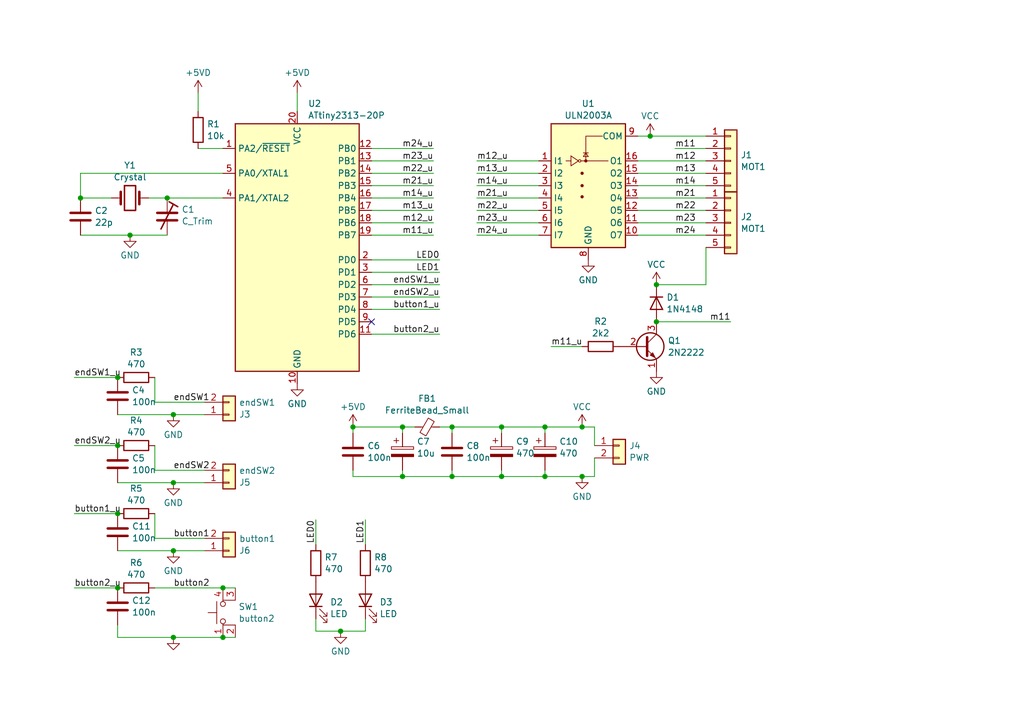
<source format=kicad_sch>
(kicad_sch (version 20231120) (generator "eeschema") (generator_version "8.0")
  (paper "A5")
  (title_block (title "Split flap driver") (date "2025-08-31") (rev "A") (company "Xavier Bourlot"))
  (lib_symbols
    (symbol "Connector_Generic:Conn_01x02" (pin_names (offset 1.016) hide)
      (property "Reference" "J" (at 0 2.54 0))
      (property "Value" "Conn_01x02" (at 0 -5.08 0))
      (symbol "Conn_01x02_1_1"
        (rectangle (start -1.27 -2.413) (end 0 -2.667) (stroke (width 0.1524)))
        (rectangle (start -1.27 0.127) (end 0 -0.127) (stroke (width 0.1524)))
        (rectangle (start -1.27 1.27) (end 1.27 -3.81) (stroke (width 0.254)) (fill (type background)))
        (pin passive line (at -5.08 0 0) (length 3.81) (name "Pin_1") (number "1"))
        (pin passive line (at -5.08 -2.54 0) (length 3.81) (name "Pin_2") (number "2"))
      )
    )
    (symbol "Connector_Generic:Conn_01x05" (pin_names (offset 1.016) hide)
      (property "Reference" "J" (at 0 7.62 0))
      (property "Value" "Conn_01x05" (at 0 -7.62 0))
      (symbol "Conn_01x05_1_1"
        (rectangle (start -1.27 -4.953) (end 0 -5.207) (stroke (width 0.1524)))
        (rectangle (start -1.27 -2.413) (end 0 -2.667) (stroke (width 0.1524)))
        (rectangle (start -1.27 0.127) (end 0 -0.127) (stroke (width 0.1524)))
        (rectangle (start -1.27 2.667) (end 0 2.413) (stroke (width 0.1524)))
        (rectangle (start -1.27 5.207) (end 0 4.953) (stroke (width 0.1524)))
        (rectangle (start -1.27 6.35) (end 1.27 -6.35) (stroke (width 0.254)) (fill (type background)))
        (pin passive line (at -5.08 5.08 0) (length 3.81) (name "Pin_1") (number "1"))
        (pin passive line (at -5.08 2.54 0) (length 3.81) (name "Pin_2") (number "2"))
        (pin passive line (at -5.08 0 0) (length 3.81) (name "Pin_3") (number "3"))
        (pin passive line (at -5.08 -2.54 0) (length 3.81) (name "Pin_4") (number "4"))
        (pin passive line (at -5.08 -5.08 0) (length 3.81) (name "Pin_5") (number "5"))
      )
    )
    (symbol "Device:C" (pin_numbers hide) (pin_names (offset 0.254))
      (property "Reference" "C" (at 0.635 2.54 0))
      (property "Value" "C" (at 0.635 -2.54 0))
      (symbol "C_0_1"
        (polyline (pts (xy -2.032 -0.762) (xy 2.032 -0.762)) (stroke (width 0.508)))
        (polyline (pts (xy -2.032 0.762) (xy 2.032 0.762)) (stroke (width 0.508)))
      )
      (symbol "C_1_1"
        (pin passive line (at 0 3.81 270) (length 2.794) (name "~") (number "1"))
        (pin passive line (at 0 -3.81 90) (length 2.794) (name "~") (number "2"))
      )
    )
    (symbol "Device:C_Polarized" (pin_numbers hide) (pin_names (offset 0.254))
      (property "Reference" "C" (at 0.635 2.54 0))
      (property "Value" "C_Polarized" (at 0.635 -2.54 0))
      (symbol "C_Polarized_0_1"
        (rectangle (start -2.286 0.508) (end 2.286 1.016))
        (polyline (pts (xy -1.778 2.286) (xy -0.762 2.286)))
        (polyline (pts (xy -1.27 2.794) (xy -1.27 1.778)))
        (rectangle (start 2.286 -0.508) (end -2.286 -1.016) (fill (type outline)))
      )
      (symbol "C_Polarized_1_1"
        (pin passive line (at 0 3.81 270) (length 2.794) (name "~") (number "1"))
        (pin passive line (at 0 -3.81 90) (length 2.794) (name "~") (number "2"))
      )
    )
    (symbol "Device:C_Trim" (pin_numbers hide) (pin_names (offset 0.254) hide)
      (property "Reference" "C" (at 1.524 -2.032 0))
      (property "Value" "C_Trim" (at 3.048 -3.556 0))
      (symbol "C_Trim_0_1"
        (polyline (pts (xy -2.032 -0.762) (xy 2.032 -0.762)) (stroke (width 0.508)))
        (polyline (pts (xy -2.032 0.762) (xy 2.032 0.762)) (stroke (width 0.508)))
        (polyline (pts (xy 1.27 2.54) (xy -1.27 -2.54)) (stroke (width 0.3048)))
        (polyline (pts (xy 1.27 2.54) (xy 0.381 3.048)) (stroke (width 0.3048)))
        (polyline (pts (xy 1.27 2.54) (xy 2.159 2.032)) (stroke (width 0.3048)))
      )
      (symbol "C_Trim_1_1"
        (pin passive line (at 0 3.81 270) (length 3.048) (name "~") (number "1"))
        (pin passive line (at 0 -3.81 90) (length 3.048) (name "~") (number "2"))
      )
    )
    (symbol "Device:Crystal" (pin_numbers hide) (pin_names (offset 1.016) hide)
      (property "Reference" "Y" (at 0 3.81 0))
      (property "Value" "Crystal" (at 0 -3.81 0))
      (symbol "Crystal_0_1"
        (rectangle (start -1.143 2.54) (end 1.143 -2.54) (stroke (width 0.3048)))
        (polyline (pts (xy -2.54 0) (xy -1.905 0)))
        (polyline (pts (xy -1.905 -1.27) (xy -1.905 1.27)) (stroke (width 0.508)))
        (polyline (pts (xy 1.905 -1.27) (xy 1.905 1.27)) (stroke (width 0.508)))
        (polyline (pts (xy 2.54 0) (xy 1.905 0)))
      )
      (symbol "Crystal_1_1"
        (pin passive line (at -3.81 0 0) (length 1.27) (name "1") (number "1"))
        (pin passive line (at 3.81 0 180) (length 1.27) (name "2") (number "2"))
      )
    )
    (symbol "Device:FerriteBead_Small" (pin_numbers hide) (pin_names (offset 0))
      (property "Reference" "FB" (at 1.905 1.27 0))
      (property "Value" "FerriteBead_Small" (at 1.905 -1.27 0))
      (symbol "FerriteBead_Small_0_1"
        (polyline (pts (xy 0 -1.27) (xy 0 -0.7874)))
        (polyline (pts (xy 0 0.889) (xy 0 1.2954)))
        (polyline (pts (xy -1.8288 0.2794) (xy -1.1176 1.4986) (xy 1.8288 -0.2032) (xy 1.1176 -1.4224) (xy -1.8288 0.2794)))
      )
      (symbol "FerriteBead_Small_1_1"
        (pin passive line (at 0 2.54 270) (length 1.27) (name "~") (number "1"))
        (pin passive line (at 0 -2.54 90) (length 1.27) (name "~") (number "2"))
      )
    )
    (symbol "Device:LED" (pin_numbers hide) (pin_names (offset 1.016) hide)
      (property "Reference" "D" (at 0 2.54 0))
      (property "Value" "LED" (at 0 -2.54 0))
      (symbol "LED_0_1"
        (polyline (pts (xy -1.27 -1.27) (xy -1.27 1.27)) (stroke (width 0.254)))
        (polyline (pts (xy -1.27 0) (xy 1.27 0)))
        (polyline (pts (xy 1.27 -1.27) (xy 1.27 1.27) (xy -1.27 0) (xy 1.27 -1.27)) (stroke (width 0.254)))
        (polyline (pts (xy -3.048 -0.762) (xy -4.572 -2.286) (xy -3.81 -2.286) (xy -4.572 -2.286) (xy -4.572 -1.524)))
        (polyline (pts (xy -1.778 -0.762) (xy -3.302 -2.286) (xy -2.54 -2.286) (xy -3.302 -2.286) (xy -3.302 -1.524)))
      )
      (symbol "LED_1_1"
        (pin passive line (at -3.81 0 0) (length 2.54) (name "K") (number "1"))
        (pin passive line (at 3.81 0 180) (length 2.54) (name "A") (number "2"))
      )
    )
    (symbol "Device:Q_NPN_EBC" (pin_names (offset 0) hide)
      (property "Reference" "Q" (at 5.08 1.27 0))
      (property "Value" "Q_NPN_EBC" (at 5.08 -1.27 0))
      (symbol "Q_NPN_EBC_0_1"
        (polyline (pts (xy 0.635 0.635) (xy 2.54 2.54)))
        (polyline (pts (xy 0.635 -0.635) (xy 2.54 -2.54) (xy 2.54 -2.54)))
        (polyline (pts (xy 0.635 1.905) (xy 0.635 -1.905) (xy 0.635 -1.905)) (stroke (width 0.508)))
        (polyline (pts (xy 1.27 -1.778) (xy 1.778 -1.27) (xy 2.286 -2.286) (xy 1.27 -1.778) (xy 1.27 -1.778)) (fill (type outline)))
        (circle (center 1.27 0) (radius 2.8194) (stroke (width 0.254)))
      )
      (symbol "Q_NPN_EBC_1_1"
        (pin passive line (at 2.54 -5.08 90) (length 2.54) (name "E") (number "1"))
        (pin passive line (at -5.08 0 0) (length 5.715) (name "B") (number "2"))
        (pin passive line (at 2.54 5.08 270) (length 2.54) (name "C") (number "3"))
      )
    )
    (symbol "Device:R" (pin_numbers hide) (pin_names (offset 0))
      (property "Reference" "R" (at 2.032 0 90))
      (property "Value" "R" (at 0 0 90))
      (symbol "R_0_1"
        (rectangle (start -1.016 -2.54) (end 1.016 2.54) (stroke (width 0.254)))
      )
      (symbol "R_1_1"
        (pin passive line (at 0 3.81 270) (length 1.27) (name "~") (number "1"))
        (pin passive line (at 0 -3.81 90) (length 1.27) (name "~") (number "2"))
      )
    )
    (symbol "Diode:1N4148" (pin_numbers hide) (pin_names hide)
      (property "Reference" "D" (at 0 2.54 0))
      (property "Value" "1N4148" (at 0 -2.54 0))
      (symbol "1N4148_0_1"
        (polyline (pts (xy -1.27 1.27) (xy -1.27 -1.27)) (stroke (width 0.254)))
        (polyline (pts (xy 1.27 0) (xy -1.27 0)))
        (polyline (pts (xy 1.27 1.27) (xy 1.27 -1.27) (xy -1.27 0) (xy 1.27 1.27)) (stroke (width 0.254)))
      )
      (symbol "1N4148_1_1"
        (pin passive line (at -3.81 0 0) (length 2.54) (name "K") (number "1"))
        (pin passive line (at 3.81 0 180) (length 2.54) (name "A") (number "2"))
      )
    )
    (symbol "MCU_Microchip_ATtiny:ATtiny2313-20P"
      (property "Reference" "U" (at -12.7 26.67 0))
      (property "Value" "ATtiny2313-20P" (at 2.54 -26.67 0))
      (symbol "ATtiny2313-20P_0_1"
        (rectangle (start -12.7 -25.4) (end 12.7 25.4) (stroke (width 0.254)) (fill (type background)))
      )
      (symbol "ATtiny2313-20P_1_1"
        (pin bidirectional line (at -15.24 20.32 0) (length 2.54) (name "PA2/~{RESET}") (number "1"))
        (pin power_in line (at 0 -27.94 90) (length 2.54) (name "GND") (number "10"))
        (pin bidirectional line (at 15.24 -17.78 180) (length 2.54) (name "PD6") (number "11"))
        (pin bidirectional line (at 15.24 20.32 180) (length 2.54) (name "PB0") (number "12"))
        (pin bidirectional line (at 15.24 17.78 180) (length 2.54) (name "PB1") (number "13"))
        (pin bidirectional line (at 15.24 15.24 180) (length 2.54) (name "PB2") (number "14"))
        (pin bidirectional line (at 15.24 12.7 180) (length 2.54) (name "PB3") (number "15"))
        (pin bidirectional line (at 15.24 10.16 180) (length 2.54) (name "PB4") (number "16"))
        (pin bidirectional line (at 15.24 7.62 180) (length 2.54) (name "PB5") (number "17"))
        (pin bidirectional line (at 15.24 5.08 180) (length 2.54) (name "PB6") (number "18"))
        (pin bidirectional line (at 15.24 2.54 180) (length 2.54) (name "PB7") (number "19"))
        (pin bidirectional line (at 15.24 -2.54 180) (length 2.54) (name "PD0") (number "2"))
        (pin power_in line (at 0 27.94 270) (length 2.54) (name "VCC") (number "20"))
        (pin bidirectional line (at 15.24 -5.08 180) (length 2.54) (name "PD1") (number "3"))
        (pin bidirectional line (at -15.24 10.16 0) (length 2.54) (name "PA1/XTAL2") (number "4"))
        (pin bidirectional line (at -15.24 15.24 0) (length 2.54) (name "PA0/XTAL1") (number "5"))
        (pin bidirectional line (at 15.24 -7.62 180) (length 2.54) (name "PD2") (number "6"))
        (pin bidirectional line (at 15.24 -10.16 180) (length 2.54) (name "PD3") (number "7"))
        (pin bidirectional line (at 15.24 -12.7 180) (length 2.54) (name "PD4") (number "8"))
        (pin bidirectional line (at 15.24 -15.24 180) (length 2.54) (name "PD5") (number "9"))
      )
    )
    (symbol "Switch:SW_MEC_5E" (pin_names (offset 1.016) hide)
      (property "Reference" "SW" (at 0.635 5.715 0))
      (property "Value" "SW_MEC_5E" (at 0 -3.175 0))
      (symbol "SW_MEC_5E_0_1"
        (circle (center -1.778 2.54) (radius 0.508))
        (polyline (pts (xy -2.286 3.81) (xy 2.286 3.81)))
        (polyline (pts (xy 0 3.81) (xy 0 5.588)))
        (polyline (pts (xy -2.54 0) (xy -2.54 2.54) (xy -2.286 2.54)))
        (polyline (pts (xy 2.54 0) (xy 2.54 2.54) (xy 2.286 2.54)))
        (circle (center 1.778 2.54) (radius 0.508))
        (pin passive line (at -5.08 2.54 0) (length 2.54) (name "1") (number "1"))
        (pin passive line (at -5.08 0 0) (length 2.54) (name "2") (number "2"))
        (pin passive line (at 5.08 0 180) (length 2.54) (name "K") (number "3"))
        (pin passive line (at 5.08 2.54 180) (length 2.54) (name "A") (number "4"))
      )
    )
    (symbol "Transistor_Array:ULN2003A"
      (property "Reference" "U" (at 0 15.875 0))
      (property "Value" "ULN2003A" (at 0 13.97 0))
      (symbol "ULN2003A_0_1"
        (rectangle (start -7.62 -12.7) (end 7.62 12.7) (stroke (width 0.254)) (fill (type background)))
        (circle (center -1.778 5.08) (radius 0.254))
        (circle (center -1.27 -2.286) (radius 0.254) (fill (type outline)))
        (circle (center -1.27 0) (radius 0.254) (fill (type outline)))
        (circle (center -1.27 2.54) (radius 0.254) (fill (type outline)))
        (circle (center -0.508 5.08) (radius 0.254) (fill (type outline)))
        (polyline (pts (xy -4.572 5.08) (xy -3.556 5.08)))
        (polyline (pts (xy -1.524 5.08) (xy 4.064 5.08)))
        (polyline (pts (xy 0 6.731) (xy -1.016 6.731)))
        (polyline (pts (xy -0.508 5.08) (xy -0.508 10.16) (xy 2.921 10.16)))
        (polyline (pts (xy -3.556 6.096) (xy -3.556 4.064) (xy -2.032 5.08) (xy -3.556 6.096)))
        (polyline (pts (xy 0 5.969) (xy -1.016 5.969) (xy -0.508 6.731) (xy 0 5.969)))
      )
      (symbol "ULN2003A_1_1"
        (pin input line (at -10.16 5.08 0) (length 2.54) (name "I1") (number "1"))
        (pin open_collector line (at 10.16 -10.16 180) (length 2.54) (name "O7") (number "10"))
        (pin open_collector line (at 10.16 -7.62 180) (length 2.54) (name "O6") (number "11"))
        (pin open_collector line (at 10.16 -5.08 180) (length 2.54) (name "O5") (number "12"))
        (pin open_collector line (at 10.16 -2.54 180) (length 2.54) (name "O4") (number "13"))
        (pin open_collector line (at 10.16 0 180) (length 2.54) (name "O3") (number "14"))
        (pin open_collector line (at 10.16 2.54 180) (length 2.54) (name "O2") (number "15"))
        (pin open_collector line (at 10.16 5.08 180) (length 2.54) (name "O1") (number "16"))
        (pin input line (at -10.16 2.54 0) (length 2.54) (name "I2") (number "2"))
        (pin input line (at -10.16 0 0) (length 2.54) (name "I3") (number "3"))
        (pin input line (at -10.16 -2.54 0) (length 2.54) (name "I4") (number "4"))
        (pin input line (at -10.16 -5.08 0) (length 2.54) (name "I5") (number "5"))
        (pin input line (at -10.16 -7.62 0) (length 2.54) (name "I6") (number "6"))
        (pin input line (at -10.16 -10.16 0) (length 2.54) (name "I7") (number "7"))
        (pin power_in line (at 0 -15.24 90) (length 2.54) (name "GND") (number "8"))
        (pin passive line (at 10.16 10.16 180) (length 2.54) (name "COM") (number "9"))
      )
    )
    (symbol "power:+5VD" (power) (pin_names (offset 0))
      (property "Value" "+5VD" (at 0 3.556 0))
      (symbol "+5VD_0_1"
        (polyline (pts (xy -0.762 1.27) (xy 0 2.54)))
        (polyline (pts (xy 0 0) (xy 0 2.54)))
        (polyline (pts (xy 0 2.54) (xy 0.762 1.27)))
      )
      (symbol "+5VD_1_1"
        (pin power_in line (at 0 0 90) (length 0) hide (name "+5VD") (number "1"))
      )
    )
    (symbol "power:GND" (power) (pin_names (offset 0))
      (property "Value" "GND" (at 0 -3.81 0))
      (symbol "GND_0_1"
        (polyline (pts (xy 0 0) (xy 0 -1.27) (xy 1.27 -1.27) (xy 0 -2.54) (xy -1.27 -1.27) (xy 0 -1.27)))
      )
      (symbol "GND_1_1"
        (pin power_in line (at 0 0 270) (length 0) hide (name "GND") (number "1"))
      )
    )
    (symbol "power:VCC" (power) (pin_names (offset 0))
      (property "Value" "VCC" (at 0 3.81 0))
      (symbol "VCC_0_1"
        (polyline (pts (xy -0.762 1.27) (xy 0 2.54)))
        (polyline (pts (xy 0 0) (xy 0 2.54)))
        (polyline (pts (xy 0 2.54) (xy 0.762 1.27)))
      )
      (symbol "VCC_1_1"
        (pin power_in line (at 0 0 90) (length 0) hide (name "VCC") (number "1"))
      )
    )
  )
  (junction (at 72.39 87.63))
  (junction (at 92.71 87.63))
  (junction (at 35.56 99.06))
  (junction (at 119.38 87.63))
  (junction (at 24.13 91.44))
  (junction (at 102.87 97.79))
  (junction (at 35.56 130.81))
  (junction (at 34.29 40.64))
  (junction (at 35.56 113.03))
  (junction (at 134.62 66.04))
  (junction (at 133.35 27.94))
  (junction (at 111.76 97.79))
  (junction (at 69.85 129.54))
  (junction (at 92.71 97.79))
  (junction (at 16.51 40.64))
  (junction (at 24.13 120.65))
  (junction (at 102.87 87.63))
  (junction (at 119.38 97.79))
  (junction (at 82.55 87.63))
  (junction (at 24.13 77.47))
  (junction (at 45.72 130.81))
  (junction (at 82.55 97.79))
  (junction (at 45.72 120.65))
  (junction (at 35.56 85.09))
  (junction (at 134.62 58.42))
  (junction (at 26.67 48.26))
  (junction (at 111.76 87.63))
  (junction (at 24.13 105.41))
  (no_connect (at 76.2 66.04))
  (wire (pts (xy 88.9 33.02) (xy 76.2 33.02)))
  (wire (pts (xy 92.71 97.79) (xy 82.55 97.79)))
  (wire (pts (xy 97.79 38.1) (xy 110.49 38.1)))
  (wire (pts (xy 24.13 99.06) (xy 35.56 99.06)))
  (wire (pts (xy 40.64 19.05) (xy 40.64 22.86)))
  (wire (pts (xy 76.2 53.34) (xy 90.17 53.34)))
  (wire (pts (xy 64.77 106.68) (xy 64.77 111.76)))
  (wire (pts (xy 82.55 96.52) (xy 82.55 97.79)))
  (wire (pts (xy 35.56 99.06) (xy 41.91 99.06)))
  (wire (pts (xy 74.93 106.68) (xy 74.93 111.76)))
  (wire (pts (xy 92.71 87.63) (xy 102.87 87.63)))
  (wire (pts (xy 82.55 88.9) (xy 82.55 87.63)))
  (wire (pts (xy 88.9 40.64) (xy 76.2 40.64)))
  (wire (pts (xy 35.56 85.09) (xy 41.91 85.09)))
  (wire (pts (xy 111.76 88.9) (xy 111.76 87.63)))
  (wire (pts (xy 31.75 77.47) (xy 31.75 82.55)))
  (wire (pts (xy 92.71 97.79) (xy 102.87 97.79)))
  (wire (pts (xy 15.24 105.41) (xy 24.13 105.41)))
  (wire (pts (xy 74.93 129.54) (xy 74.93 127)))
  (wire (pts (xy 97.79 33.02) (xy 110.49 33.02)))
  (wire (pts (xy 134.62 66.04) (xy 149.86 66.04)))
  (wire (pts (xy 88.9 38.1) (xy 76.2 38.1)))
  (wire (pts (xy 15.24 120.65) (xy 24.13 120.65)))
  (wire (pts (xy 45.72 120.65) (xy 48.26 120.65)))
  (wire (pts (xy 82.55 87.63) (xy 85.09 87.63)))
  (wire (pts (xy 31.75 96.52) (xy 41.91 96.52)))
  (wire (pts (xy 64.77 127) (xy 64.77 129.54)))
  (wire (pts (xy 90.17 87.63) (xy 92.71 87.63)))
  (wire (pts (xy 16.51 48.26) (xy 26.67 48.26)))
  (wire (pts (xy 69.85 129.54) (xy 74.93 129.54)))
  (wire (pts (xy 144.78 33.02) (xy 130.81 33.02)))
  (wire (pts (xy 45.72 130.81) (xy 48.26 130.81)))
  (wire (pts (xy 102.87 97.79) (xy 111.76 97.79)))
  (wire (pts (xy 31.75 120.65) (xy 45.72 120.65)))
  (wire (pts (xy 30.48 40.64) (xy 34.29 40.64)))
  (wire (pts (xy 82.55 97.79) (xy 72.39 97.79)))
  (wire (pts (xy 31.75 91.44) (xy 31.75 96.52)))
  (wire (pts (xy 31.75 105.41) (xy 31.75 110.49)))
  (wire (pts (xy 130.81 48.26) (xy 144.78 48.26)))
  (wire (pts (xy 144.78 58.42) (xy 134.62 58.42)))
  (wire (pts (xy 72.39 88.9) (xy 72.39 87.63)))
  (wire (pts (xy 130.81 40.64) (xy 144.78 40.64)))
  (wire (pts (xy 102.87 96.52) (xy 102.87 97.79)))
  (wire (pts (xy 24.13 130.81) (xy 24.13 128.27)))
  (wire (pts (xy 88.9 30.48) (xy 76.2 30.48)))
  (wire (pts (xy 72.39 87.63) (xy 82.55 87.63)))
  (wire (pts (xy 45.72 35.56) (xy 16.51 35.56)))
  (wire (pts (xy 111.76 87.63) (xy 119.38 87.63)))
  (wire (pts (xy 97.79 43.18) (xy 110.49 43.18)))
  (wire (pts (xy 97.79 35.56) (xy 110.49 35.56)))
  (wire (pts (xy 24.13 113.03) (xy 35.56 113.03)))
  (wire (pts (xy 121.92 87.63) (xy 121.92 91.44)))
  (wire (pts (xy 88.9 45.72) (xy 76.2 45.72)))
  (wire (pts (xy 133.35 27.94) (xy 130.81 27.94)))
  (wire (pts (xy 119.38 87.63) (xy 121.92 87.63)))
  (wire (pts (xy 26.67 48.26) (xy 34.29 48.26)))
  (wire (pts (xy 15.24 77.47) (xy 24.13 77.47)))
  (wire (pts (xy 111.76 96.52) (xy 111.76 97.79)))
  (wire (pts (xy 34.29 40.64) (xy 45.72 40.64)))
  (wire (pts (xy 121.92 97.79) (xy 121.92 93.98)))
  (wire (pts (xy 144.78 35.56) (xy 130.81 35.56)))
  (wire (pts (xy 24.13 85.09) (xy 35.56 85.09)))
  (wire (pts (xy 133.35 27.94) (xy 144.78 27.94)))
  (wire (pts (xy 72.39 97.79) (xy 72.39 96.52)))
  (wire (pts (xy 24.13 130.81) (xy 35.56 130.81)))
  (wire (pts (xy 102.87 87.63) (xy 111.76 87.63)))
  (wire (pts (xy 35.56 113.03) (xy 41.91 113.03)))
  (wire (pts (xy 88.9 35.56) (xy 76.2 35.56)))
  (wire (pts (xy 76.2 55.88) (xy 90.17 55.88)))
  (wire (pts (xy 113.03 71.12) (xy 119.38 71.12)))
  (wire (pts (xy 76.2 60.96) (xy 90.17 60.96)))
  (wire (pts (xy 64.77 129.54) (xy 69.85 129.54)))
  (wire (pts (xy 119.38 97.79) (xy 121.92 97.79)))
  (wire (pts (xy 15.24 91.44) (xy 24.13 91.44)))
  (wire (pts (xy 144.78 50.8) (xy 144.78 58.42)))
  (wire (pts (xy 88.9 43.18) (xy 76.2 43.18)))
  (wire (pts (xy 31.75 110.49) (xy 41.91 110.49)))
  (wire (pts (xy 138.43 30.48) (xy 144.78 30.48)))
  (wire (pts (xy 16.51 35.56) (xy 16.51 40.64)))
  (wire (pts (xy 40.64 30.48) (xy 45.72 30.48)))
  (wire (pts (xy 144.78 38.1) (xy 130.81 38.1)))
  (wire (pts (xy 97.79 45.72) (xy 110.49 45.72)))
  (wire (pts (xy 97.79 48.26) (xy 110.49 48.26)))
  (wire (pts (xy 97.79 40.64) (xy 110.49 40.64)))
  (wire (pts (xy 76.2 63.5) (xy 90.17 63.5)))
  (wire (pts (xy 76.2 68.58) (xy 90.17 68.58)))
  (wire (pts (xy 102.87 88.9) (xy 102.87 87.63)))
  (wire (pts (xy 111.76 97.79) (xy 119.38 97.79)))
  (wire (pts (xy 130.81 43.18) (xy 144.78 43.18)))
  (wire (pts (xy 35.56 130.81) (xy 45.72 130.81)))
  (wire (pts (xy 92.71 87.63) (xy 92.71 88.9)))
  (wire (pts (xy 130.81 45.72) (xy 144.78 45.72)))
  (wire (pts (xy 31.75 82.55) (xy 41.91 82.55)))
  (wire (pts (xy 60.96 19.05) (xy 60.96 22.86)))
  (wire (pts (xy 92.71 96.52) (xy 92.71 97.79)))
  (wire (pts (xy 76.2 48.26) (xy 88.9 48.26)))
  (wire (pts (xy 16.51 40.64) (xy 22.86 40.64)))
  (wire (pts (xy 76.2 58.42) (xy 90.17 58.42)))
  (label "m24_u" (at 97.79 48.26 0))
  (label "endSW1" (at 35.56 82.55 0))
  (label "button1" (at 35.56 110.49 0))
  (label "m24_u" (at 88.9 30.48 180))
  (label "m13_u" (at 97.79 35.56 0))
  (label "m22_u" (at 97.79 43.18 0))
  (label "m14_u" (at 97.79 38.1 0))
  (label "m14_u" (at 88.9 40.64 180))
  (label "m12" (at 138.43 33.02 0))
  (label "m22_u" (at 88.9 35.56 180))
  (label "m11" (at 138.43 30.48 0))
  (label "m21_u" (at 88.9 38.1 180))
  (label "endSW1_u" (at 15.24 77.47 0))
  (label "LED1" (at 74.93 106.68 270))
  (label "endSW2_u" (at 15.24 91.44 0))
  (label "LED0" (at 90.17 53.34 180))
  (label "m13" (at 138.43 35.56 0))
  (label "m24" (at 138.43 48.26 0))
  (label "m11" (at 149.86 66.04 180))
  (label "LED1" (at 90.17 55.88 180))
  (label "button1_u" (at 90.17 63.5 180))
  (label "endSW2" (at 35.56 96.52 0))
  (label "m21_u" (at 97.79 40.64 0))
  (label "button1_u" (at 15.24 105.41 0))
  (label "button2_u" (at 15.24 120.65 0))
  (label "endSW2_u" (at 90.17 60.96 180))
  (label "endSW1_u" (at 90.17 58.42 180))
  (label "LED0" (at 64.77 106.68 270))
  (label "button2" (at 35.56 120.65 0))
  (label "m13_u" (at 88.9 43.18 180))
  (label "m21" (at 138.43 40.64 0))
  (label "button2_u" (at 90.17 68.58 180))
  (label "m22" (at 138.43 43.18 0))
  (label "m23_u" (at 88.9 33.02 180))
  (label "m11_u" (at 113.03 71.12 0))
  (label "m14" (at 138.43 38.1 0))
  (label "m23" (at 138.43 45.72 0))
  (label "m23_u" (at 97.79 45.72 0))
  (label "m12_u" (at 97.79 33.02 0))
  (label "m12_u" (at 88.9 45.72 180))
  (label "m11_u" (at 88.9 48.26 180))
  (symbol (lib_id "power:GND") (at 35.56 130.81 0) (unit 1)
    (property "Reference" "#PWR15" (effects (hide yes)))
    (property "Value" "GND" (effects (hide yes)))
    (property "Description" "Power symbol creates a global label with name \"GND\" , ground" (effects (hide yes)))
  )
  (symbol (lib_id "Device:C") (at 72.39 92.71 0) (unit 1)
    (property "Reference" "C6" (at 75.311 91.4978 0) (effects (justify left)))
    (property "Value" "100n" (at 75.311 93.9221 0) (effects (justify left)))
    (property "Footprint" "Capacitor_THT:C_Disc_D5.0mm_W2.5mm_P5.00mm" (effects (hide yes)))
    (property "Description" "Unpolarized capacitor" (effects (hide yes)))
  )
  (symbol (lib_id "Device:R") (at 27.94 91.44 90) (unit 1)
    (property "Reference" "R4" (at 27.94 86.2795 90))
    (property "Value" "470" (at 27.94 88.7038 90))
    (property "Footprint" "Resistor_THT:R_Axial_DIN0207_L6.3mm_D2.5mm_P7.62mm_Horizontal" (effects (hide yes)))
    (property "Description" "Resistor" (effects (hide yes)))
  )
  (symbol (lib_id "Device:C") (at 16.51 44.45 0) (unit 1)
    (property "Reference" "C2" (at 19.431 43.2378 0) (effects (justify left)))
    (property "Value" "22p" (at 19.431 45.6621 0) (effects (justify left)))
    (property "Footprint" "Capacitor_THT:C_Disc_D5.0mm_W2.5mm_P5.00mm" (effects (hide yes)))
    (property "Description" "Unpolarized capacitor" (effects (hide yes)))
  )
  (symbol (lib_id "Connector_Generic:Conn_01x02") (at 127 91.44 0) (unit 1)
    (property "Reference" "J4" (at 129.032 91.4978 0) (effects (justify left)))
    (property "Value" "PWR" (at 129.032 93.9221 0) (effects (justify left)))
    (property "Footprint" "TerminalBlock:TerminalBlock_bornier-2_P5.08mm" (effects (hide yes)))
    (property "Description" "Generic connector, single row, 01x02, script generated (kicad-library-utils/schlib/autogen/connector/)" (effects (hide yes)))
  )
  (symbol (lib_id "Switch:SW_MEC_5E") (at 48.26 125.73 90) (unit 1)
    (property "Reference" "SW1" (at 48.895 124.5178 90) (effects (justify right)))
    (property "Value" "button2" (at 48.895 126.9421 90) (effects (justify right)))
    (property "Footprint" "Button_Switch_THT:SW_Push_2P1T_Toggle_CK_PVA1xxH4xxxxxxV2" (effects (hide yes)))
    (property "Datasheet" "http://www.apem.com/int/index.php?controller=attachment&id_attachment=1371" (effects (hide yes)))
    (property "Description" "MEC 5E single pole normally-open tactile switch" (effects (hide yes)))
  )
  (symbol (lib_id "Connector_Generic:Conn_01x05") (at 149.86 33.02 0) (unit 1)
    (property "Reference" "J1" (at 151.892 31.8078 0) (effects (justify left)))
    (property "Value" "MOT1" (at 151.892 34.2321 0) (effects (justify left)))
    (property "Footprint" "Connector_PinHeader_2.54mm:PinHeader_1x05_P2.54mm_Horizontal" (effects (hide yes)))
    (property "Description" "Generic connector, single row, 01x05, script generated (kicad-library-utils/schlib/autogen/connector/)" (effects (hide yes)))
  )
  (symbol (lib_id "Device:C_Polarized") (at 102.87 92.71 0) (unit 1)
    (property "Reference" "C9" (at 105.791 90.6088 0) (effects (justify left)))
    (property "Value" "470" (at 105.791 93.0331 0) (effects (justify left)))
    (property "Footprint" "Capacitor_THT:CP_Radial_D10.0mm_P5.00mm" (effects (hide yes)))
    (property "Description" "Polarized capacitor" (effects (hide yes)))
  )
  (symbol (lib_id "power:GND") (at 26.67 48.26 0) (unit 1)
    (property "Reference" "#PWR4" (effects (hide yes)))
    (property "Value" "GND" (at 26.67 52.3931 0))
    (property "Description" "Power symbol creates a global label with name \"GND\" , ground" (effects (hide yes)))
  )
  (symbol (lib_id "power:+5VD") (at 40.64 19.05 0) (unit 1)
    (property "Reference" "#PWR1" (effects (hide yes)))
    (property "Value" "+5VD" (at 40.64 14.9169 0))
    (property "Description" "Power symbol creates a global label with name \"+5VD\"" (effects (hide yes)))
  )
  (symbol (lib_id "power:GND") (at 35.56 85.09 0) (unit 1)
    (property "Reference" "#PWR9" (effects (hide yes)))
    (property "Value" "GND" (at 35.56 89.2231 0))
    (property "Description" "Power symbol creates a global label with name \"GND\" , ground" (effects (hide yes)))
  )
  (symbol (lib_id "Device:FerriteBead_Small") (at 87.63 87.63 90) (unit 1)
    (property "Reference" "FB1" (at 87.5919 81.7837 90))
    (property "Value" "FerriteBead_Small" (at 87.5919 84.208 90))
    (property "Footprint" "Inductor_THT:L_Axial_L5.3mm_D2.2mm_P7.62mm_Horizontal_Vishay_IM-1" (effects (hide yes)))
    (property "Description" "Ferrite bead, small symbol" (effects (hide yes)))
  )
  (symbol (lib_id "MCU_Microchip_ATtiny:ATtiny2313-20P") (at 60.96 50.8 0) (unit 1)
    (property "Reference" "U2" (at 63.1541 21.2555 0) (effects (justify left)))
    (property "Value" "ATtiny2313-20P" (at 63.1541 23.6798 0) (effects (justify left)))
    (property "Footprint" "Package_DIP:DIP-20_W7.62mm" (effects (hide yes)))
    (property "Datasheet" "http://ww1.microchip.com/downloads/en/DeviceDoc/Atmel-2543-AVR-ATtiny2313_Datasheet.pdf" (effects (hide yes)))
    (property "Description" "20MHz, 2kB Flash, 128B SRAM, 128B EEPROM, debugWIRE, DIP-20" (effects (hide yes)))
  )
  (symbol (lib_id "power:VCC") (at 119.38 87.63 0) (unit 1)
    (property "Reference" "#PWR11" (effects (hide yes)))
    (property "Value" "VCC" (at 119.38 83.4969 0))
    (property "Description" "Power symbol creates a global label with name \"VCC\"" (effects (hide yes)))
  )
  (symbol (lib_id "Device:LED") (at 74.93 123.19 90) (unit 1)
    (property "Reference" "D3" (at 77.851 123.5653 90) (effects (justify right)))
    (property "Value" "LED" (at 77.851 125.9896 90) (effects (justify right)))
    (property "Footprint" "LED_THT:LED_D5.0mm_Horizontal_O1.27mm_Z3.0mm" (effects (hide yes)))
    (property "Description" "Light emitting diode" (effects (hide yes)))
  )
  (symbol (lib_id "Device:Q_NPN_EBC") (at 132.08 71.12 0) (unit 1)
    (property "Reference" "Q1" (at 136.9314 69.9078 0) (effects (justify left)))
    (property "Value" "2N2222" (at 136.9314 72.3321 0) (effects (justify left)))
    (property "Footprint" "Package_TO_SOT_THT:TO-92_Inline_Wide" (effects (hide yes)))
    (property "Description" "NPN transistor, emitter/base/collector" (effects (hide yes)))
  )
  (symbol (lib_id "power:GND") (at 134.62 76.2 0) (unit 1)
    (property "Reference" "#PWR7" (effects (hide yes)))
    (property "Value" "GND" (at 134.62 80.3331 0))
    (property "Description" "Power symbol creates a global label with name \"GND\" , ground" (effects (hide yes)))
  )
  (symbol (lib_id "power:GND") (at 120.65 53.34 0) (unit 1)
    (property "Reference" "#PWR5" (effects (hide yes)))
    (property "Value" "GND" (at 120.65 57.4731 0))
    (property "Description" "Power symbol creates a global label with name \"GND\" , ground" (effects (hide yes)))
  )
  (symbol (lib_id "Device:R") (at 123.19 71.12 90) (unit 1)
    (property "Reference" "R2" (at 123.19 65.9595 90))
    (property "Value" "2k2" (at 123.19 68.3838 90))
    (property "Footprint" "Resistor_THT:R_Axial_DIN0207_L6.3mm_D2.5mm_P7.62mm_Horizontal" (effects (hide yes)))
    (property "Description" "Resistor" (effects (hide yes)))
  )
  (symbol (lib_id "Device:R") (at 74.93 115.57 0) (unit 1)
    (property "Reference" "R8" (at 76.708 114.3578 0) (effects (justify left)))
    (property "Value" "470" (at 76.708 116.7821 0) (effects (justify left)))
    (property "Footprint" "Resistor_THT:R_Axial_DIN0207_L6.3mm_D2.5mm_P7.62mm_Horizontal" (effects (hide yes)))
    (property "Description" "Resistor" (effects (hide yes)))
  )
  (symbol (lib_id "Device:R") (at 64.77 115.57 0) (unit 1)
    (property "Reference" "R7" (at 66.548 114.3578 0) (effects (justify left)))
    (property "Value" "470" (at 66.548 116.7821 0) (effects (justify left)))
    (property "Footprint" "Resistor_THT:R_Axial_DIN0207_L6.3mm_D2.5mm_P7.62mm_Horizontal" (effects (hide yes)))
    (property "Description" "Resistor" (effects (hide yes)))
  )
  (symbol (lib_id "Device:R") (at 27.94 105.41 90) (unit 1)
    (property "Reference" "R5" (at 27.94 100.2495 90))
    (property "Value" "470" (at 27.94 102.6738 90))
    (property "Footprint" "Resistor_THT:R_Axial_DIN0207_L6.3mm_D2.5mm_P7.62mm_Horizontal" (effects (hide yes)))
    (property "Description" "Resistor" (effects (hide yes)))
  )
  (symbol (lib_id "Device:C_Trim") (at 34.29 44.45 0) (unit 1)
    (property "Reference" "C1" (at 37.2364 42.9838 0) (effects (justify left)))
    (property "Value" "C_Trim" (at 37.2364 45.4081 0) (effects (justify left)))
    (property "Footprint" "Potentiometer_THT:Potentiometer_Piher_PT-6-V_Vertical_Hole" (effects (hide yes)))
    (property "Description" "Trimmable capacitor" (effects (hide yes)))
  )
  (symbol (lib_id "Transistor_Array:ULN2003A") (at 120.65 38.1 0) (unit 1)
    (property "Reference" "U1" (at 120.65 21.2555 0))
    (property "Value" "ULN2003A" (at 120.65 23.6798 0))
    (property "Footprint" "Package_DIP:DIP-16_W7.62mm_Socket_LongPads" (effects (hide yes)))
    (property "Datasheet" "http://www.ti.com/lit/ds/symlink/uln2003a.pdf" (effects (hide yes)))
    (property "Description" "High Voltage, High Current Darlington Transistor Arrays, SOIC16/SOIC16W/DIP16/TSSOP16" (effects (hide yes)))
  )
  (symbol (lib_id "Connector_Generic:Conn_01x02") (at 46.99 85.09 0) (mirror x) (unit 1)
    (property "Reference" "J3" (at 49.022 85.0322 0) (effects (justify left)))
    (property "Value" "endSW1" (at 49.022 82.6079 0) (effects (justify left)))
    (property "Footprint" "Connector_PinHeader_2.54mm:PinHeader_1x02_P2.54mm_Horizontal" (effects (hide yes)))
    (property "Description" "Generic connector, single row, 01x02, script generated (kicad-library-utils/schlib/autogen/connector/)" (effects (hide yes)))
  )
  (symbol (lib_id "Diode:1N4148") (at 134.62 62.23 270) (unit 1)
    (property "Reference" "D1" (at 136.652 61.0178 90) (effects (justify left)))
    (property "Value" "1N4148" (at 136.652 63.4421 90) (effects (justify left)))
    (property "Footprint" "Diode_THT:D_DO-35_SOD27_P7.62mm_Horizontal" (effects (hide yes)))
    (property "Datasheet" "https://assets.nexperia.com/documents/data-sheet/1N4148_1N4448.pdf" (effects (hide yes)))
    (property "Description" "100V 0.15A standard switching diode, DO-35" (effects (hide yes)))
    (property "Sim.Device" "D" (effects (hide yes)))
    (property "Sim.Pins" "1=K 2=A" (effects (hide yes)))
  )
  (symbol (lib_id "power:GND") (at 60.96 78.74 0) (unit 1)
    (property "Reference" "#PWR8" (effects (hide yes)))
    (property "Value" "GND" (at 60.96 82.8731 0))
    (property "Description" "Power symbol creates a global label with name \"GND\" , ground" (effects (hide yes)))
  )
  (symbol (lib_id "power:VCC") (at 134.62 58.42 0) (unit 1)
    (property "Reference" "#PWR6" (effects (hide yes)))
    (property "Value" "VCC" (at 134.62 54.2869 0))
    (property "Description" "Power symbol creates a global label with name \"VCC\"" (effects (hide yes)))
  )
  (symbol (lib_id "power:+5VD") (at 60.96 19.05 0) (unit 1)
    (property "Reference" "#PWR2" (effects (hide yes)))
    (property "Value" "+5VD" (at 60.96 14.9169 0))
    (property "Description" "Power symbol creates a global label with name \"+5VD\"" (effects (hide yes)))
  )
  (symbol (lib_id "Device:C") (at 24.13 124.46 0) (unit 1)
    (property "Reference" "C12" (at 27.051 123.2478 0) (effects (justify left)))
    (property "Value" "100n" (at 27.051 125.6721 0) (effects (justify left)))
    (property "Footprint" "Capacitor_THT:C_Disc_D5.0mm_W2.5mm_P5.00mm" (effects (hide yes)))
    (property "Description" "Unpolarized capacitor" (effects (hide yes)))
  )
  (symbol (lib_id "power:GND") (at 35.56 99.06 0) (unit 1)
    (property "Reference" "#PWR12" (effects (hide yes)))
    (property "Value" "GND" (at 35.56 103.1931 0))
    (property "Description" "Power symbol creates a global label with name \"GND\" , ground" (effects (hide yes)))
  )
  (symbol (lib_id "Device:C") (at 24.13 81.28 0) (unit 1)
    (property "Reference" "C4" (at 27.051 80.0678 0) (effects (justify left)))
    (property "Value" "100n" (at 27.051 82.4921 0) (effects (justify left)))
    (property "Footprint" "Capacitor_THT:C_Disc_D5.0mm_W2.5mm_P5.00mm" (effects (hide yes)))
    (property "Description" "Unpolarized capacitor" (effects (hide yes)))
  )
  (symbol (lib_id "Connector_Generic:Conn_01x02") (at 46.99 113.03 0) (mirror x) (unit 1)
    (property "Reference" "J6" (at 49.022 112.9722 0) (effects (justify left)))
    (property "Value" "button1" (at 49.022 110.5479 0) (effects (justify left)))
    (property "Footprint" "Connector_PinHeader_2.54mm:PinHeader_1x02_P2.54mm_Horizontal" (effects (hide yes)))
    (property "Description" "Generic connector, single row, 01x02, script generated (kicad-library-utils/schlib/autogen/connector/)" (effects (hide yes)))
  )
  (symbol (lib_id "Device:C_Polarized") (at 82.55 92.71 0) (unit 1)
    (property "Reference" "C7" (at 85.471 90.6088 0) (effects (justify left)))
    (property "Value" "10u" (at 85.471 93.0331 0) (effects (justify left)))
    (property "Footprint" "Capacitor_THT:CP_Radial_D6.3mm_P2.50mm" (effects (hide yes)))
    (property "Description" "Polarized capacitor" (effects (hide yes)))
  )
  (symbol (lib_id "Device:LED") (at 64.77 123.19 90) (unit 1)
    (property "Reference" "D2" (at 67.691 123.5653 90) (effects (justify right)))
    (property "Value" "LED" (at 67.691 125.9896 90) (effects (justify right)))
    (property "Footprint" "LED_THT:LED_D5.0mm_Horizontal_O1.27mm_Z3.0mm" (effects (hide yes)))
    (property "Description" "Light emitting diode" (effects (hide yes)))
  )
  (symbol (lib_id "power:GND") (at 119.38 97.79 0) (unit 1)
    (property "Reference" "#PWR13" (effects (hide yes)))
    (property "Value" "GND" (at 119.38 101.9231 0))
    (property "Description" "Power symbol creates a global label with name \"GND\" , ground" (effects (hide yes)))
  )
  (symbol (lib_id "power:GND") (at 69.85 129.54 0) (unit 1)
    (property "Reference" "#PWR16" (effects (hide yes)))
    (property "Value" "GND" (at 69.85 133.6731 0))
    (property "Description" "Power symbol creates a global label with name \"GND\" , ground" (effects (hide yes)))
  )
  (symbol (lib_id "Device:Crystal") (at 26.67 40.64 0) (unit 1)
    (property "Reference" "Y1" (at 26.67 33.9301 0))
    (property "Value" "Crystal" (at 26.67 36.3544 0))
    (property "Footprint" "Crystal:Crystal_HC49-4H_Vertical" (effects (hide yes)))
    (property "Description" "Two pin crystal" (effects (hide yes)))
  )
  (symbol (lib_id "power:GND") (at 35.56 113.03 0) (unit 1)
    (property "Reference" "#PWR14" (effects (hide yes)))
    (property "Value" "GND" (at 35.56 117.1631 0))
    (property "Description" "Power symbol creates a global label with name \"GND\" , ground" (effects (hide yes)))
  )
  (symbol (lib_id "Device:C") (at 92.71 92.71 0) (unit 1)
    (property "Reference" "C8" (at 95.631 91.4978 0) (effects (justify left)))
    (property "Value" "100n" (at 95.631 93.9221 0) (effects (justify left)))
    (property "Footprint" "Capacitor_THT:C_Disc_D5.0mm_W2.5mm_P5.00mm" (effects (hide yes)))
    (property "Description" "Unpolarized capacitor" (effects (hide yes)))
  )
  (symbol (lib_id "Connector_Generic:Conn_01x05") (at 149.86 45.72 0) (unit 1)
    (property "Reference" "J2" (at 151.892 44.5078 0) (effects (justify left)))
    (property "Value" "MOT1" (at 151.892 46.9321 0) (effects (justify left)))
    (property "Footprint" "Connector_PinHeader_2.54mm:PinHeader_1x05_P2.54mm_Horizontal" (effects (hide yes)))
    (property "Description" "Generic connector, single row, 01x05, script generated (kicad-library-utils/schlib/autogen/connector/)" (effects (hide yes)))
  )
  (symbol (lib_id "power:VCC") (at 133.35 27.94 0) (unit 1)
    (property "Reference" "#PWR3" (effects (hide yes)))
    (property "Value" "VCC" (at 133.35 23.8069 0))
    (property "Description" "Power symbol creates a global label with name \"VCC\"" (effects (hide yes)))
  )
  (symbol (lib_id "Device:C") (at 24.13 95.25 0) (unit 1)
    (property "Reference" "C5" (at 27.051 94.0378 0) (effects (justify left)))
    (property "Value" "100n" (at 27.051 96.4621 0) (effects (justify left)))
    (property "Footprint" "Capacitor_THT:C_Disc_D5.0mm_W2.5mm_P5.00mm" (effects (hide yes)))
    (property "Description" "Unpolarized capacitor" (effects (hide yes)))
  )
  (symbol (lib_id "Device:C") (at 24.13 109.22 0) (unit 1)
    (property "Reference" "C11" (at 27.051 108.0078 0) (effects (justify left)))
    (property "Value" "100n" (at 27.051 110.4321 0) (effects (justify left)))
    (property "Footprint" "Capacitor_THT:C_Disc_D5.0mm_W2.5mm_P5.00mm" (effects (hide yes)))
    (property "Description" "Unpolarized capacitor" (effects (hide yes)))
  )
  (symbol (lib_id "Device:R") (at 27.94 120.65 90) (unit 1)
    (property "Reference" "R6" (at 27.94 115.4895 90))
    (property "Value" "470" (at 27.94 117.9138 90))
    (property "Footprint" "Resistor_THT:R_Axial_DIN0207_L6.3mm_D2.5mm_P7.62mm_Horizontal" (effects (hide yes)))
    (property "Description" "Resistor" (effects (hide yes)))
  )
  (symbol (lib_id "Connector_Generic:Conn_01x02") (at 46.99 99.06 0) (mirror x) (unit 1)
    (property "Reference" "J5" (at 49.022 99.0022 0) (effects (justify left)))
    (property "Value" "endSW2" (at 49.022 96.5779 0) (effects (justify left)))
    (property "Footprint" "Connector_PinHeader_2.54mm:PinHeader_1x02_P2.54mm_Horizontal" (effects (hide yes)))
    (property "Description" "Generic connector, single row, 01x02, script generated (kicad-library-utils/schlib/autogen/connector/)" (effects (hide yes)))
  )
  (symbol (lib_id "Device:C_Polarized") (at 111.76 92.71 0) (unit 1)
    (property "Reference" "C10" (at 114.681 90.6088 0) (effects (justify left)))
    (property "Value" "470" (at 114.681 93.0331 0) (effects (justify left)))
    (property "Footprint" "Capacitor_THT:CP_Radial_D10.0mm_P5.00mm" (effects (hide yes)))
    (property "Description" "Polarized capacitor" (effects (hide yes)))
  )
  (symbol (lib_id "Device:R") (at 40.64 26.67 0) (unit 1)
    (property "Reference" "R1" (at 42.418 25.4578 0) (effects (justify left)))
    (property "Value" "10k" (at 42.418 27.8821 0) (effects (justify left)))
    (property "Footprint" "Resistor_THT:R_Axial_DIN0207_L6.3mm_D2.5mm_P7.62mm_Horizontal" (effects (hide yes)))
    (property "Description" "Resistor" (effects (hide yes)))
  )
  (symbol (lib_id "power:+5VD") (at 72.39 87.63 0) (unit 1)
    (property "Reference" "#PWR10" (effects (hide yes)))
    (property "Value" "+5VD" (at 72.39 83.4969 0))
    (property "Description" "Power symbol creates a global label with name \"+5VD\"" (effects (hide yes)))
  )
  (symbol (lib_id "Device:R") (at 27.94 77.47 90) (unit 1)
    (property "Reference" "R3" (at 27.94 72.3095 90))
    (property "Value" "470" (at 27.94 74.7338 90))
    (property "Footprint" "Resistor_THT:R_Axial_DIN0207_L6.3mm_D2.5mm_P7.62mm_Horizontal" (effects (hide yes)))
    (property "Description" "Resistor" (effects (hide yes)))
  )
)
</source>
